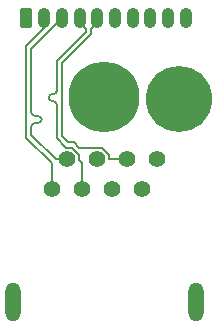
<source format=gtl>
G04 #@! TF.GenerationSoftware,KiCad,Pcbnew,(6.0.4-0)*
G04 #@! TF.CreationDate,2022-09-25T17:40:02+01:00*
G04 #@! TF.ProjectId,FB4NetworkAdaptor,4642344e-6574-4776-9f72-6b4164617074,rev?*
G04 #@! TF.SameCoordinates,Original*
G04 #@! TF.FileFunction,Copper,L1,Top*
G04 #@! TF.FilePolarity,Positive*
%FSLAX46Y46*%
G04 Gerber Fmt 4.6, Leading zero omitted, Abs format (unit mm)*
G04 Created by KiCad (PCBNEW (6.0.4-0)) date 2022-09-25 17:40:02*
%MOMM*%
%LPD*%
G01*
G04 APERTURE LIST*
G04 Aperture macros list*
%AMRoundRect*
0 Rectangle with rounded corners*
0 $1 Rounding radius*
0 $2 $3 $4 $5 $6 $7 $8 $9 X,Y pos of 4 corners*
0 Add a 4 corners polygon primitive as box body*
4,1,4,$2,$3,$4,$5,$6,$7,$8,$9,$2,$3,0*
0 Add four circle primitives for the rounded corners*
1,1,$1+$1,$2,$3*
1,1,$1+$1,$4,$5*
1,1,$1+$1,$6,$7*
1,1,$1+$1,$8,$9*
0 Add four rect primitives between the rounded corners*
20,1,$1+$1,$2,$3,$4,$5,0*
20,1,$1+$1,$4,$5,$6,$7,0*
20,1,$1+$1,$6,$7,$8,$9,0*
20,1,$1+$1,$8,$9,$2,$3,0*%
G04 Aperture macros list end*
G04 #@! TA.AperFunction,ComponentPad*
%ADD10C,5.600000*%
G04 #@! TD*
G04 #@! TA.AperFunction,ComponentPad*
%ADD11C,6.000000*%
G04 #@! TD*
G04 #@! TA.AperFunction,ComponentPad*
%ADD12RoundRect,0.250000X-0.265000X-0.615000X0.265000X-0.615000X0.265000X0.615000X-0.265000X0.615000X0*%
G04 #@! TD*
G04 #@! TA.AperFunction,ComponentPad*
%ADD13O,1.030000X1.730000*%
G04 #@! TD*
G04 #@! TA.AperFunction,ComponentPad*
%ADD14C,1.400000*%
G04 #@! TD*
G04 #@! TA.AperFunction,ComponentPad*
%ADD15O,1.300000X3.300000*%
G04 #@! TD*
G04 #@! TA.AperFunction,Conductor*
%ADD16C,0.200000*%
G04 #@! TD*
G04 APERTURE END LIST*
D10*
X112900000Y-106800000D03*
D11*
X106600000Y-106700000D03*
D12*
X100000000Y-100000000D03*
D13*
X101500000Y-100000000D03*
X103000000Y-100000000D03*
X104500000Y-100000000D03*
X106000000Y-100000000D03*
X107500000Y-100000000D03*
X109000000Y-100000000D03*
X110500000Y-100000000D03*
X112000000Y-100000000D03*
X113500000Y-100000000D03*
D14*
X111040000Y-111960000D03*
X109770000Y-114500000D03*
X108500000Y-111960000D03*
X107230000Y-114500000D03*
X105960000Y-111960000D03*
X104690000Y-114500000D03*
X103420000Y-111960000D03*
X102150000Y-114500000D03*
D15*
X98850000Y-124000000D03*
X114350000Y-124000000D03*
D16*
X102275000Y-107025000D02*
G75*
G02*
X102575000Y-107325000I0J-300000D01*
G01*
X101882900Y-106725000D02*
G75*
G03*
X102182904Y-107025000I300000J0D01*
G01*
X104690000Y-114500000D02*
X104690000Y-112278199D01*
X103372290Y-110960489D02*
X102575000Y-110163199D01*
X102182904Y-106425004D02*
G75*
G03*
X101882904Y-106725000I-4J-299996D01*
G01*
X102575000Y-106075000D02*
X102575000Y-103606800D01*
X104690000Y-112278199D02*
X104419511Y-112007710D01*
X104419511Y-112007710D02*
X104419511Y-111545988D01*
X104419511Y-111545988D02*
X103834012Y-110960489D01*
X102575000Y-106125000D02*
G75*
G02*
X102275000Y-106425000I-300000J0D01*
G01*
X103834012Y-110960489D02*
X103372290Y-110960489D01*
X102275000Y-107025000D02*
X102182904Y-107025000D01*
X102575000Y-110163199D02*
X102575000Y-107325000D01*
X102182904Y-106425000D02*
X102275000Y-106425000D01*
X102575000Y-106125000D02*
X102575000Y-106075000D01*
X102575000Y-103606800D02*
X105025000Y-101156800D01*
X105025000Y-101156800D02*
X105025000Y-100875000D01*
X105025000Y-100875000D02*
X104500000Y-100350000D01*
X104500000Y-100350000D02*
X104500000Y-100000000D01*
X101285900Y-108575000D02*
G75*
G02*
X100985902Y-108875000I-300000J0D01*
G01*
X100725000Y-108875000D02*
X100985902Y-108875000D01*
X100985902Y-108274998D02*
G75*
G02*
X101285902Y-108575000I-2J-300002D01*
G01*
X100985902Y-108275000D02*
X100725000Y-108275000D01*
X100725000Y-108875000D02*
G75*
G03*
X100425000Y-109175000I0J-300000D01*
G01*
X102468199Y-111960000D02*
X100425000Y-109916801D01*
X103420000Y-111960000D02*
X102468199Y-111960000D01*
X101835480Y-101164520D02*
X101837385Y-101164520D01*
X100425000Y-109916801D02*
X100425000Y-109175000D01*
X100425000Y-107975000D02*
X100425000Y-105525000D01*
X100425000Y-105525000D02*
X100425000Y-102575000D01*
X100425000Y-107975000D02*
G75*
G03*
X100725000Y-108275000I300000J0D01*
G01*
X100425000Y-102575000D02*
X101835480Y-101164520D01*
X101837385Y-101164520D02*
X102314520Y-100687385D01*
X102314520Y-100687385D02*
X102314520Y-100685480D01*
X102314520Y-100685480D02*
X103000000Y-100000000D01*
X99975000Y-110103199D02*
X99975000Y-102388603D01*
X101500000Y-100863603D02*
X101500000Y-100000000D01*
X99975000Y-102388603D02*
X101500000Y-100863603D01*
X102150000Y-114500000D02*
X102150000Y-112278199D01*
X102150000Y-112278199D02*
X99975000Y-110103199D01*
X105475000Y-100875000D02*
X106000000Y-100350000D01*
X103025000Y-103793200D02*
X105475000Y-101343200D01*
X106000000Y-100350000D02*
X106000000Y-100000000D01*
X105475000Y-101343200D02*
X105475000Y-100875000D01*
X103025000Y-109976801D02*
X103025000Y-103793200D01*
X108500000Y-111960000D02*
X106959511Y-111960000D01*
X106959511Y-111960000D02*
X106959511Y-111545988D01*
X103558697Y-110510498D02*
X103025000Y-109976801D01*
X106959511Y-111545988D02*
X106374012Y-110960489D01*
X106374012Y-110960489D02*
X104470395Y-110960489D01*
X104470395Y-110960489D02*
X104020404Y-110510498D01*
X104020404Y-110510498D02*
X103558697Y-110510498D01*
M02*

</source>
